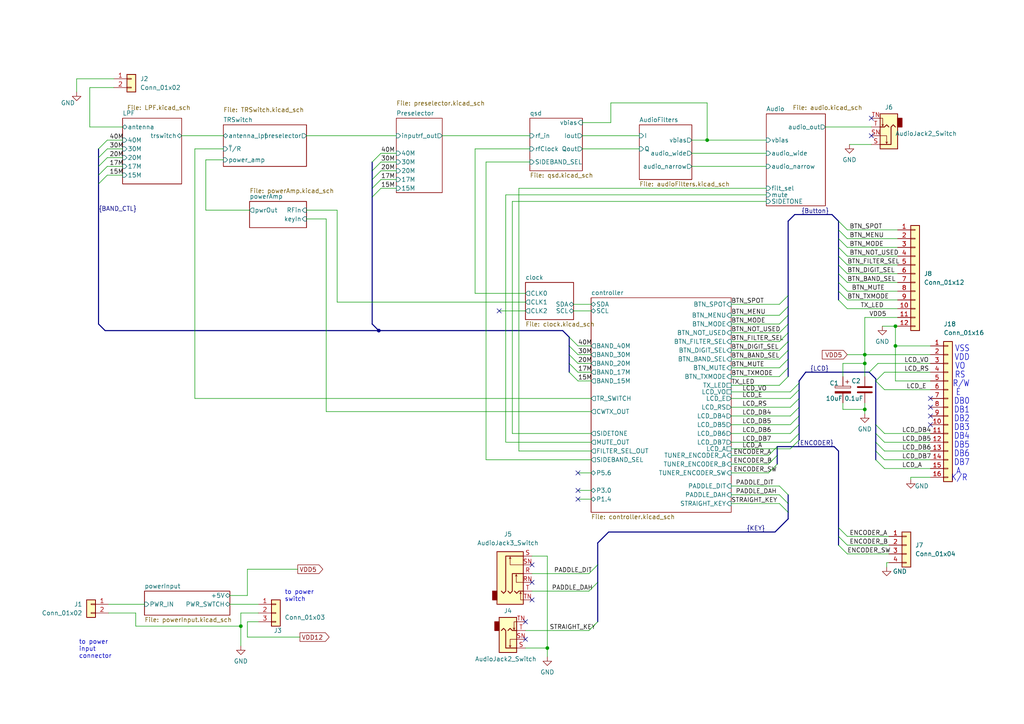
<source format=kicad_sch>
(kicad_sch (version 20230121) (generator eeschema)
  (paper "A4")
  (lib_symbols
    (symbol "Connector_Audio:AudioJack2_Switch"
      (property "Reference" "J" (at 0 11.43 0))
      (property "Value" "AudioJack2_Switch" (at 0 8.89 0))
      (symbol "AudioJack2_Switch_0_1"
        (rectangle (start -2.54 0) (end -3.81 -2.54) (stroke (width 0.254)) (fill (type outline)))
        (rectangle (start 2.54 6.35) (end -2.54 -3.81) (stroke (width 0.254)) (fill (type background)))
      )
      (symbol "AudioJack2_Switch_1_1"
        (polyline (pts (xy 0.635 4.826) (xy 0.889 4.318)))
        (polyline (pts (xy 1.778 -0.254) (xy 2.032 -0.762)))
        (polyline (pts (xy 0 0) (xy 0.635 -0.635) (xy 1.27 0) (xy 2.54 0)) (stroke (width 0.254)))
        (polyline (pts (xy 2.54 -2.54) (xy 1.778 -2.54) (xy 1.778 -0.254) (xy 1.524 -0.762)))
        (polyline (pts (xy 2.54 2.54) (xy 0.635 2.54) (xy 0.635 4.826) (xy 0.381 4.318)))
        (polyline (pts (xy 2.54 5.08) (xy -0.635 5.08) (xy -0.635 0) (xy -1.27 -0.635) (xy -1.905 0)) (stroke (width 0.254)))
        (pin passive line (at 5.08 5.08 180) (length 2.54) (name "~") (number "S"))
        (pin passive line (at 5.08 2.54 180) (length 2.54) (name "~") (number "SN"))
        (pin passive line (at 5.08 0 180) (length 2.54) (name "~") (number "T"))
        (pin passive line (at 5.08 -2.54 180) (length 2.54) (name "~") (number "TN"))
      )
    )
    (symbol "Connector_Audio:AudioJack3_Switch"
      (property "Reference" "J" (at 0 11.43 0))
      (property "Value" "AudioJack3_Switch" (at 0 8.89 0))
      (symbol "AudioJack3_Switch_0_1"
        (rectangle (start -5.08 -5.08) (end -6.35 -7.62) (stroke (width 0.254)) (fill (type outline)))
        (polyline (pts (xy -1.27 4.826) (xy -1.016 4.318)))
        (polyline (pts (xy 0.508 -0.254) (xy 0.762 -0.762)))
        (polyline (pts (xy 1.778 -5.334) (xy 2.032 -5.842)))
        (polyline (pts (xy 0 -5.08) (xy 0.635 -5.715) (xy 1.27 -5.08) (xy 2.54 -5.08)) (stroke (width 0.254)))
        (polyline (pts (xy 2.54 -7.62) (xy 1.778 -7.62) (xy 1.778 -5.334) (xy 1.524 -5.842)))
        (polyline (pts (xy 2.54 -2.54) (xy 0.508 -2.54) (xy 0.508 -0.254) (xy 0.254 -0.762)))
        (polyline (pts (xy 2.54 2.54) (xy -1.27 2.54) (xy -1.27 4.826) (xy -1.524 4.318)))
        (polyline (pts (xy -1.905 -5.08) (xy -1.27 -5.715) (xy -0.635 -5.08) (xy -0.635 0) (xy 2.54 0)) (stroke (width 0.254)))
        (polyline (pts (xy 2.54 5.08) (xy -2.54 5.08) (xy -2.54 -5.08) (xy -3.175 -5.715) (xy -3.81 -5.08)) (stroke (width 0.254)))
        (rectangle (start 2.54 6.35) (end -5.08 -8.89) (stroke (width 0.254)) (fill (type background)))
      )
      (symbol "AudioJack3_Switch_1_1"
        (pin passive line (at 5.08 0 180) (length 2.54) (name "~") (number "R"))
        (pin passive line (at 5.08 -2.54 180) (length 2.54) (name "~") (number "RN"))
        (pin passive line (at 5.08 5.08 180) (length 2.54) (name "~") (number "S"))
        (pin passive line (at 5.08 2.54 180) (length 2.54) (name "~") (number "SN"))
        (pin passive line (at 5.08 -5.08 180) (length 2.54) (name "~") (number "T"))
        (pin passive line (at 5.08 -7.62 180) (length 2.54) (name "~") (number "TN"))
      )
    )
    (symbol "Connector_Generic:Conn_01x02" (pin_names (offset 1.016) hide)
      (property "Reference" "J" (at 0 2.54 0))
      (property "Value" "Conn_01x02" (at 0 -5.08 0))
      (symbol "Conn_01x02_1_1"
        (rectangle (start -1.27 -2.413) (end 0 -2.667) (stroke (width 0.1524)))
        (rectangle (start -1.27 0.127) (end 0 -0.127) (stroke (width 0.1524)))
        (rectangle (start -1.27 1.27) (end 1.27 -3.81) (stroke (width 0.254)) (fill (type background)))
        (pin passive line (at -5.08 0 0) (length 3.81) (name "Pin_1") (number "1"))
        (pin passive line (at -5.08 -2.54 0) (length 3.81) (name "Pin_2") (number "2"))
      )
    )
    (symbol "Connector_Generic:Conn_01x03" (pin_names (offset 1.016) hide)
      (property "Reference" "J" (at 0 5.08 0))
      (property "Value" "Conn_01x03" (at 0 -5.08 0))
      (symbol "Conn_01x03_1_1"
        (rectangle (start -1.27 -2.413) (end 0 -2.667) (stroke (width 0.1524)))
        (rectangle (start -1.27 0.127) (end 0 -0.127) (stroke (width 0.1524)))
        (rectangle (start -1.27 2.667) (end 0 2.413) (stroke (width 0.1524)))
        (rectangle (start -1.27 3.81) (end 1.27 -3.81) (stroke (width 0.254)) (fill (type background)))
        (pin passive line (at -5.08 2.54 0) (length 3.81) (name "Pin_1") (number "1"))
        (pin passive line (at -5.08 0 0) (length 3.81) (name "Pin_2") (number "2"))
        (pin passive line (at -5.08 -2.54 0) (length 3.81) (name "Pin_3") (number "3"))
      )
    )
    (symbol "Connector_Generic:Conn_01x04" (pin_names (offset 1.016) hide)
      (property "Reference" "J" (at 0 5.08 0))
      (property "Value" "Conn_01x04" (at 0 -7.62 0))
      (symbol "Conn_01x04_1_1"
        (rectangle (start -1.27 -4.953) (end 0 -5.207) (stroke (width 0.1524)))
        (rectangle (start -1.27 -2.413) (end 0 -2.667) (stroke (width 0.1524)))
        (rectangle (start -1.27 0.127) (end 0 -0.127) (stroke (width 0.1524)))
        (rectangle (start -1.27 2.667) (end 0 2.413) (stroke (width 0.1524)))
        (rectangle (start -1.27 3.81) (end 1.27 -6.35) (stroke (width 0.254)) (fill (type background)))
        (pin passive line (at -5.08 2.54 0) (length 3.81) (name "Pin_1") (number "1"))
        (pin passive line (at -5.08 0 0) (length 3.81) (name "Pin_2") (number "2"))
        (pin passive line (at -5.08 -2.54 0) (length 3.81) (name "Pin_3") (number "3"))
        (pin passive line (at -5.08 -5.08 0) (length 3.81) (name "Pin_4") (number "4"))
      )
    )
    (symbol "Connector_Generic:Conn_01x12" (pin_names (offset 1.016) hide)
      (property "Reference" "J" (at 0 15.24 0))
      (property "Value" "Conn_01x12" (at 0 -17.78 0))
      (symbol "Conn_01x12_1_1"
        (rectangle (start -1.27 -15.113) (end 0 -15.367) (stroke (width 0.1524)))
        (rectangle (start -1.27 -12.573) (end 0 -12.827) (stroke (width 0.1524)))
        (rectangle (start -1.27 -10.033) (end 0 -10.287) (stroke (width 0.1524)))
        (rectangle (start -1.27 -7.493) (end 0 -7.747) (stroke (width 0.1524)))
        (rectangle (start -1.27 -4.953) (end 0 -5.207) (stroke (width 0.1524)))
        (rectangle (start -1.27 -2.413) (end 0 -2.667) (stroke (width 0.1524)))
        (rectangle (start -1.27 0.127) (end 0 -0.127) (stroke (width 0.1524)))
        (rectangle (start -1.27 2.667) (end 0 2.413) (stroke (width 0.1524)))
        (rectangle (start -1.27 5.207) (end 0 4.953) (stroke (width 0.1524)))
        (rectangle (start -1.27 7.747) (end 0 7.493) (stroke (width 0.1524)))
        (rectangle (start -1.27 10.287) (end 0 10.033) (stroke (width 0.1524)))
        (rectangle (start -1.27 12.827) (end 0 12.573) (stroke (width 0.1524)))
        (rectangle (start -1.27 13.97) (end 1.27 -16.51) (stroke (width 0.254)) (fill (type background)))
        (pin passive line (at -5.08 12.7 0) (length 3.81) (name "Pin_1") (number "1"))
        (pin passive line (at -5.08 -10.16 0) (length 3.81) (name "Pin_10") (number "10"))
        (pin passive line (at -5.08 -12.7 0) (length 3.81) (name "Pin_11") (number "11"))
        (pin passive line (at -5.08 -15.24 0) (length 3.81) (name "Pin_12") (number "12"))
        (pin passive line (at -5.08 10.16 0) (length 3.81) (name "Pin_2") (number "2"))
        (pin passive line (at -5.08 7.62 0) (length 3.81) (name "Pin_3") (number "3"))
        (pin passive line (at -5.08 5.08 0) (length 3.81) (name "Pin_4") (number "4"))
        (pin passive line (at -5.08 2.54 0) (length 3.81) (name "Pin_5") (number "5"))
        (pin passive line (at -5.08 0 0) (length 3.81) (name "Pin_6") (number "6"))
        (pin passive line (at -5.08 -2.54 0) (length 3.81) (name "Pin_7") (number "7"))
        (pin passive line (at -5.08 -5.08 0) (length 3.81) (name "Pin_8") (number "8"))
        (pin passive line (at -5.08 -7.62 0) (length 3.81) (name "Pin_9") (number "9"))
      )
    )
    (symbol "Connector_Generic:Conn_01x16" (pin_names (offset 1.016) hide)
      (property "Reference" "J" (at 0 20.32 0))
      (property "Value" "Conn_01x16" (at 0 -22.86 0))
      (symbol "Conn_01x16_1_1"
        (rectangle (start -1.27 -20.193) (end 0 -20.447) (stroke (width 0.1524)))
        (rectangle (start -1.27 -17.653) (end 0 -17.907) (stroke (width 0.1524)))
        (rectangle (start -1.27 -15.113) (end 0 -15.367) (stroke (width 0.1524)))
        (rectangle (start -1.27 -12.573) (end 0 -12.827) (stroke (width 0.1524)))
        (rectangle (start -1.27 -10.033) (end 0 -10.287) (stroke (width 0.1524)))
        (rectangle (start -1.27 -7.493) (end 0 -7.747) (stroke (width 0.1524)))
        (rectangle (start -1.27 -4.953) (end 0 -5.207) (stroke (width 0.1524)))
        (rectangle (start -1.27 -2.413) (end 0 -2.667) (stroke (width 0.1524)))
        (rectangle (start -1.27 0.127) (end 0 -0.127) (stroke (width 0.1524)))
        (rectangle (start -1.27 2.667) (end 0 2.413) (stroke (width 0.1524)))
        (rectangle (start -1.27 5.207) (end 0 4.953) (stroke (width 0.1524)))
        (rectangle (start -1.27 7.747) (end 0 7.493) (stroke (width 0.1524)))
        (rectangle (start -1.27 10.287) (end 0 10.033) (stroke (width 0.1524)))
        (rectangle (start -1.27 12.827) (end 0 12.573) (stroke (width 0.1524)))
        (rectangle (start -1.27 15.367) (end 0 15.113) (stroke (width 0.1524)))
        (rectangle (start -1.27 17.907) (end 0 17.653) (stroke (width 0.1524)))
        (rectangle (start -1.27 19.05) (end 1.27 -21.59) (stroke (width 0.254)) (fill (type background)))
        (pin passive line (at -5.08 17.78 0) (length 3.81) (name "Pin_1") (number "1"))
        (pin passive line (at -5.08 -5.08 0) (length 3.81) (name "Pin_10") (number "10"))
        (pin passive line (at -5.08 -7.62 0) (length 3.81) (name "Pin_11") (number "11"))
        (pin passive line (at -5.08 -10.16 0) (length 3.81) (name "Pin_12") (number "12"))
        (pin passive line (at -5.08 -12.7 0) (length 3.81) (name "Pin_13") (number "13"))
        (pin passive line (at -5.08 -15.24 0) (length 3.81) (name "Pin_14") (number "14"))
        (pin passive line (at -5.08 -17.78 0) (length 3.81) (name "Pin_15") (number "15"))
        (pin passive line (at -5.08 -20.32 0) (length 3.81) (name "Pin_16") (number "16"))
        (pin passive line (at -5.08 15.24 0) (length 3.81) (name "Pin_2") (number "2"))
        (pin passive line (at -5.08 12.7 0) (length 3.81) (name "Pin_3") (number "3"))
        (pin passive line (at -5.08 10.16 0) (length 3.81) (name "Pin_4") (number "4"))
        (pin passive line (at -5.08 7.62 0) (length 3.81) (name "Pin_5") (number "5"))
        (pin passive line (at -5.08 5.08 0) (length 3.81) (name "Pin_6") (number "6"))
        (pin passive line (at -5.08 2.54 0) (length 3.81) (name "Pin_7") (number "7"))
        (pin passive line (at -5.08 0 0) (length 3.81) (name "Pin_8") (number "8"))
        (pin passive line (at -5.08 -2.54 0) (length 3.81) (name "Pin_9") (number "9"))
      )
    )
    (symbol "Device:C" (pin_numbers hide) (pin_names (offset 0.254))
      (property "Reference" "C" (at 0.635 2.54 0))
      (property "Value" "C" (at 0.635 -2.54 0))
      (symbol "C_0_1"
        (polyline (pts (xy -2.032 -0.762) (xy 2.032 -0.762)) (stroke (width 0.508)))
        (polyline (pts (xy -2.032 0.762) (xy 2.032 0.762)) (stroke (width 0.508)))
      )
      (symbol "C_1_1"
        (pin passive line (at 0 3.81 270) (length 2.794) (name "~") (number "1"))
        (pin passive line (at 0 -3.81 90) (length 2.794) (name "~") (number "2"))
      )
    )
    (symbol "Device:C_Polarized" (pin_numbers hide) (pin_names (offset 0.254))
      (property "Reference" "C" (at 0.635 2.54 0))
      (property "Value" "C_Polarized" (at 0.635 -2.54 0))
      (symbol "C_Polarized_0_1"
        (rectangle (start -2.286 0.508) (end 2.286 1.016))
        (polyline (pts (xy -1.778 2.286) (xy -0.762 2.286)))
        (polyline (pts (xy -1.27 2.794) (xy -1.27 1.778)))
        (rectangle (start 2.286 -0.508) (end -2.286 -1.016) (fill (type outline)))
      )
      (symbol "C_Polarized_1_1"
        (pin passive line (at 0 3.81 270) (length 2.794) (name "~") (number "1"))
        (pin passive line (at 0 -3.81 90) (length 2.794) (name "~") (number "2"))
      )
    )
    (symbol "power:GND" (power) (pin_names (offset 0))
      (property "Value" "GND" (at 0 -3.81 0))
      (symbol "GND_0_1"
        (polyline (pts (xy 0 0) (xy 0 -1.27) (xy 1.27 -1.27) (xy 0 -2.54) (xy -1.27 -1.27) (xy 0 -1.27)))
      )
      (symbol "GND_1_1"
        (pin power_in line (at 0 0 270) (length 0) hide (name "GND") (number "1"))
      )
    )
  )
  (bus_alias "BAND_CTL" (members "40M" "30M" "20M" "17M" "15M"))
  (bus_alias "Button" (members "BTN_SPOT" "BTN_MENU" "BTN_TUNE" "BTN_MODE" "BTN_FILTER_SEL" "BTN_DIGIT_SEL" "BTN_BAND_SEL" "BTN_MUTE" "BTN_TXMODE" "TX_LED"))
  (bus_alias "ENCODER" (members "ENCODER_A" "ENCODER_B" "ENCODER_SW"))
  (bus_alias "KEY" (members "PADDLE_DIT" "PADDLE_DAH" "STRAIGHT_KEY"))
  (bus_alias "LCD" (members "LCD_E" "LCD_RS" "LCD_DB4" "LCD_DB5" "LCD_DB6" "LCD_DB7" "LCD_A" "LCD_VO"))
  (junction (at 259.715 100.33))
  (junction (at 250.825 102.87))
  (junction (at 259.715 94.615))
  (junction (at 158.75 187.96))
  (junction (at 205.105 40.64))
  (junction (at 69.85 181.61))
  (junction (at 250.825 118.745))
  (junction (at 109.855 95.885))
  (junction (at 250.825 105.41))
  (no_connect (at 167.64 137.16))
  (no_connect (at 167.64 142.24))
  (no_connect (at 152.4 180.34))
  (no_connect (at 152.4 185.42))
  (no_connect (at 252.73 39.37))
  (no_connect (at 269.875 115.57))
  (no_connect (at 269.875 123.19))
  (no_connect (at 154.305 163.83))
  (no_connect (at 269.875 120.65))
  (no_connect (at 144.78 90.17))
  (no_connect (at 154.305 168.91))
  (no_connect (at 167.64 144.78))
  (no_connect (at 252.73 34.29))
  (no_connect (at 269.875 118.11))
  (no_connect (at 154.305 173.99))
  (bus_entry (at 243.205 153.035) (size 2.54 2.54))
  (bus_entry (at 243.205 64.135) (size 2.54 2.54))
  (bus_entry (at 173.355 180.34) (size -2.54 2.54))
  (bus_entry (at 243.205 81.915) (size 2.54 2.54))
  (bus_entry (at 107.95 54.61) (size 2.54 -2.54))
  (bus_entry (at 231.775 120.65) (size -2.54 2.54))
  (bus_entry (at 28.575 48.26) (size 2.54 -2.54))
  (bus_entry (at 231.775 115.57) (size -2.54 2.54))
  (bus_entry (at 231.775 118.11) (size -2.54 2.54))
  (bus_entry (at 107.95 52.07) (size 2.54 -2.54))
  (bus_entry (at 243.205 158.115) (size 2.54 2.54))
  (bus_entry (at 231.775 125.73) (size -2.54 2.54))
  (bus_entry (at 254 133.35) (size 2.54 2.54))
  (bus_entry (at 254 128.27) (size 2.54 2.54))
  (bus_entry (at 107.95 49.53) (size 2.54 -2.54))
  (bus_entry (at 243.205 66.675) (size 2.54 2.54))
  (bus_entry (at 173.355 163.83) (size -2.54 2.54))
  (bus_entry (at 165.1 100.33) (size 2.54 2.54))
  (bus_entry (at 254 125.73) (size 2.54 2.54))
  (bus_entry (at 228.6 101.6) (size -2.54 2.54))
  (bus_entry (at 254 110.49) (size 2.54 2.54))
  (bus_entry (at 107.95 57.15) (size 2.54 -2.54))
  (bus_entry (at 228.6 85.725) (size -2.54 2.54))
  (bus_entry (at 243.205 84.455) (size 2.54 2.54))
  (bus_entry (at 107.95 46.99) (size 2.54 -2.54))
  (bus_entry (at 231.775 123.19) (size -2.54 2.54))
  (bus_entry (at 243.205 76.835) (size 2.54 2.54))
  (bus_entry (at 252.095 107.95) (size 2.54 -2.54))
  (bus_entry (at 228.6 93.98) (size -2.54 2.54))
  (bus_entry (at 243.205 79.375) (size 2.54 2.54))
  (bus_entry (at 225.425 134.62) (size -2.54 2.54))
  (bus_entry (at 173.355 168.91) (size -2.54 2.54))
  (bus_entry (at 254 123.19) (size 2.54 2.54))
  (bus_entry (at 228.6 106.68) (size -2.54 2.54))
  (bus_entry (at 28.575 50.8) (size 2.54 -2.54))
  (bus_entry (at 254 110.49) (size 2.54 -2.54))
  (bus_entry (at 225.425 132.08) (size -2.54 2.54))
  (bus_entry (at 228.6 109.22) (size -2.54 2.54))
  (bus_entry (at 243.205 71.755) (size 2.54 2.54))
  (bus_entry (at 228.6 148.59) (size -2.54 -2.54))
  (bus_entry (at 228.6 143.51) (size -2.54 -2.54))
  (bus_entry (at 231.775 111.125) (size -2.54 2.54))
  (bus_entry (at 228.6 99.06) (size -2.54 2.54))
  (bus_entry (at 243.205 74.295) (size 2.54 2.54))
  (bus_entry (at 228.6 146.05) (size -2.54 -2.54))
  (bus_entry (at 165.1 105.41) (size 2.54 2.54))
  (bus_entry (at 254 130.81) (size 2.54 2.54))
  (bus_entry (at 165.1 107.95) (size 2.54 2.54))
  (bus_entry (at 165.1 102.87) (size 2.54 2.54))
  (bus_entry (at 225.425 129.54) (size -2.54 2.54))
  (bus_entry (at 231.775 113.03) (size -2.54 2.54))
  (bus_entry (at 243.205 69.215) (size 2.54 2.54))
  (bus_entry (at 28.575 53.34) (size 2.54 -2.54))
  (bus_entry (at 28.575 43.18) (size 2.54 -2.54))
  (bus_entry (at 243.205 155.575) (size 2.54 2.54))
  (bus_entry (at 231.775 127.635) (size -2.54 2.54))
  (bus_entry (at 228.6 91.44) (size -2.54 2.54))
  (bus_entry (at 228.6 104.14) (size -2.54 2.54))
  (bus_entry (at 243.205 86.995) (size 2.54 2.54))
  (bus_entry (at 165.1 97.79) (size 2.54 2.54))
  (bus_entry (at 228.6 88.9) (size -2.54 2.54))
  (bus_entry (at 28.575 45.72) (size 2.54 -2.54))
  (bus_entry (at 228.6 96.52) (size -2.54 2.54))
  (bus (pts (xy 165.1 97.79) (xy 163.195 95.885)))
  (bus (pts (xy 243.205 81.915) (xy 243.205 84.455)))
  (wire (pts (xy 168.91 43.18) (xy 185.42 43.18)))
  (bus (pts (xy 176.53 154.305) (xy 173.355 157.48)))
  (wire (pts (xy 250.825 102.87) (xy 250.825 105.41)))
  (wire (pts (xy 158.75 161.29) (xy 158.75 187.96)))
  (bus (pts (xy 231.775 118.11) (xy 231.775 120.65)))
  (wire (pts (xy 69.85 181.61) (xy 69.85 187.325)))
  (bus (pts (xy 231.775 123.19) (xy 231.775 125.73)))
  (wire (pts (xy 33.02 22.86) (xy 22.225 22.86)))
  (wire (pts (xy 226.06 106.68) (xy 212.09 106.68)))
  (wire (pts (xy 250.825 92.075) (xy 250.825 102.87)))
  (bus (pts (xy 228.6 143.51) (xy 228.6 146.05)))
  (wire (pts (xy 166.37 90.17) (xy 171.45 90.17)))
  (wire (pts (xy 33.02 25.4) (xy 26.035 25.4)))
  (bus (pts (xy 228.6 88.9) (xy 228.6 85.725)))
  (wire (pts (xy 226.06 111.76) (xy 212.09 111.76)))
  (wire (pts (xy 171.45 133.35) (xy 140.97 133.35)))
  (wire (pts (xy 250.825 105.41) (xy 250.825 109.22)))
  (bus (pts (xy 254 110.49) (xy 254 109.855)))
  (wire (pts (xy 226.06 140.97) (xy 212.09 140.97)))
  (wire (pts (xy 171.45 128.27) (xy 146.685 128.27)))
  (wire (pts (xy 212.09 123.19) (xy 229.235 123.19)))
  (wire (pts (xy 110.49 46.99) (xy 114.935 46.99)))
  (bus (pts (xy 228.6 150.495) (xy 224.79 154.305)))
  (wire (pts (xy 150.495 130.81) (xy 150.495 54.61)))
  (wire (pts (xy 245.745 66.675) (xy 260.35 66.675)))
  (wire (pts (xy 71.755 184.785) (xy 86.995 184.785)))
  (wire (pts (xy 205.105 29.845) (xy 205.105 40.64)))
  (bus (pts (xy 231.775 110.49) (xy 233.68 107.95)))
  (wire (pts (xy 244.475 109.22) (xy 244.475 105.41)))
  (wire (pts (xy 245.745 79.375) (xy 260.35 79.375)))
  (wire (pts (xy 245.745 86.995) (xy 260.35 86.995)))
  (wire (pts (xy 256.54 125.73) (xy 269.875 125.73)))
  (wire (pts (xy 31.115 45.72) (xy 35.56 45.72)))
  (wire (pts (xy 256.54 133.35) (xy 269.875 133.35)))
  (bus (pts (xy 228.6 93.98) (xy 228.6 91.44)))
  (wire (pts (xy 66.675 175.26) (xy 74.93 175.26)))
  (bus (pts (xy 165.1 100.33) (xy 165.1 102.87)))
  (wire (pts (xy 200.66 48.26) (xy 222.25 48.26)))
  (wire (pts (xy 171.45 119.38) (xy 94.615 119.38)))
  (bus (pts (xy 243.205 64.135) (xy 243.205 66.675)))
  (wire (pts (xy 171.45 130.81) (xy 150.495 130.81)))
  (wire (pts (xy 146.685 56.515) (xy 222.25 56.515)))
  (wire (pts (xy 167.64 110.49) (xy 171.45 110.49)))
  (wire (pts (xy 167.64 107.95) (xy 171.45 107.95)))
  (wire (pts (xy 245.745 89.535) (xy 260.35 89.535)))
  (wire (pts (xy 152.4 87.63) (xy 97.79 87.63)))
  (bus (pts (xy 254 125.73) (xy 254 128.27)))
  (wire (pts (xy 177.165 35.56) (xy 177.165 29.845)))
  (wire (pts (xy 39.37 177.8) (xy 39.37 181.61)))
  (bus (pts (xy 165.1 102.87) (xy 165.1 105.41)))
  (wire (pts (xy 167.64 142.24) (xy 171.45 142.24)))
  (wire (pts (xy 110.49 49.53) (xy 114.935 49.53)))
  (wire (pts (xy 200.66 44.45) (xy 222.25 44.45)))
  (wire (pts (xy 250.825 102.87) (xy 269.875 102.87)))
  (wire (pts (xy 97.79 60.96) (xy 88.9 60.96)))
  (wire (pts (xy 171.45 144.78) (xy 167.64 144.78)))
  (wire (pts (xy 110.49 52.07) (xy 114.935 52.07)))
  (wire (pts (xy 171.45 125.73) (xy 148.59 125.73)))
  (wire (pts (xy 140.97 46.99) (xy 153.67 46.99)))
  (wire (pts (xy 259.715 110.49) (xy 269.875 110.49)))
  (wire (pts (xy 26.035 25.4) (xy 26.035 36.83)))
  (wire (pts (xy 244.475 118.745) (xy 250.825 118.745)))
  (bus (pts (xy 28.575 50.8) (xy 28.575 53.34)))
  (bus (pts (xy 107.95 49.53) (xy 107.95 52.07)))
  (bus (pts (xy 243.205 71.755) (xy 243.205 74.295)))
  (bus (pts (xy 243.205 84.455) (xy 243.205 86.995)))
  (wire (pts (xy 146.685 128.27) (xy 146.685 56.515)))
  (wire (pts (xy 71.755 180.34) (xy 71.755 184.785)))
  (wire (pts (xy 260.35 92.075) (xy 250.825 92.075)))
  (wire (pts (xy 254.635 105.41) (xy 269.875 105.41)))
  (wire (pts (xy 150.495 54.61) (xy 222.25 54.61)))
  (wire (pts (xy 264.16 138.43) (xy 269.875 138.43)))
  (wire (pts (xy 269.875 100.33) (xy 259.715 100.33)))
  (wire (pts (xy 245.745 102.87) (xy 250.825 102.87)))
  (bus (pts (xy 225.425 129.54) (xy 225.425 132.08)))
  (bus (pts (xy 228.6 101.6) (xy 228.6 99.06)))
  (wire (pts (xy 167.64 102.87) (xy 171.45 102.87)))
  (wire (pts (xy 212.09 134.62) (xy 222.885 134.62)))
  (bus (pts (xy 230.505 62.23) (xy 241.3 62.23)))
  (wire (pts (xy 212.09 137.16) (xy 222.885 137.16)))
  (wire (pts (xy 31.115 43.18) (xy 35.56 43.18)))
  (wire (pts (xy 152.4 85.09) (xy 137.795 85.09)))
  (wire (pts (xy 74.93 180.34) (xy 71.755 180.34)))
  (bus (pts (xy 231.775 125.73) (xy 231.775 127.635)))
  (bus (pts (xy 243.205 76.835) (xy 243.205 79.375)))
  (wire (pts (xy 59.69 46.355) (xy 64.77 46.355)))
  (bus (pts (xy 228.6 91.44) (xy 228.6 88.9)))
  (bus (pts (xy 107.95 52.07) (xy 107.95 54.61)))
  (wire (pts (xy 52.705 39.37) (xy 64.77 39.37)))
  (wire (pts (xy 256.54 113.03) (xy 269.875 113.03)))
  (wire (pts (xy 256.54 128.27) (xy 269.875 128.27)))
  (wire (pts (xy 245.745 158.115) (xy 257.81 158.115)))
  (wire (pts (xy 154.305 171.45) (xy 170.815 171.45)))
  (wire (pts (xy 26.035 36.83) (xy 35.56 36.83)))
  (wire (pts (xy 31.115 40.64) (xy 35.56 40.64)))
  (wire (pts (xy 264.16 139.065) (xy 264.16 138.43)))
  (wire (pts (xy 229.235 130.175) (xy 212.09 130.175)))
  (wire (pts (xy 137.795 43.18) (xy 153.67 43.18)))
  (wire (pts (xy 257.81 163.195) (xy 257.175 163.195)))
  (wire (pts (xy 152.4 182.88) (xy 170.815 182.88)))
  (wire (pts (xy 245.745 84.455) (xy 260.35 84.455)))
  (bus (pts (xy 30.48 95.885) (xy 28.575 93.98)))
  (wire (pts (xy 212.09 128.27) (xy 229.235 128.27)))
  (wire (pts (xy 39.37 181.61) (xy 69.85 181.61)))
  (bus (pts (xy 243.205 74.295) (xy 243.205 76.835)))
  (bus (pts (xy 225.425 129.54) (xy 241.935 129.54)))
  (bus (pts (xy 254 128.27) (xy 254 130.81)))
  (wire (pts (xy 246.38 41.91) (xy 252.73 41.91)))
  (bus (pts (xy 228.6 148.59) (xy 228.6 150.495)))
  (bus (pts (xy 165.1 97.79) (xy 165.1 100.33)))
  (wire (pts (xy 128.27 39.37) (xy 153.67 39.37)))
  (bus (pts (xy 228.6 64.135) (xy 228.6 85.725)))
  (wire (pts (xy 168.91 39.37) (xy 185.42 39.37)))
  (wire (pts (xy 137.795 85.09) (xy 137.795 43.18)))
  (wire (pts (xy 71.755 172.72) (xy 71.755 165.1)))
  (bus (pts (xy 230.505 62.23) (xy 228.6 64.135)))
  (wire (pts (xy 31.496 175.26) (xy 41.91 175.26)))
  (wire (pts (xy 256.54 135.89) (xy 269.875 135.89)))
  (wire (pts (xy 226.06 88.265) (xy 212.09 88.265)))
  (wire (pts (xy 244.475 116.84) (xy 244.475 118.745)))
  (bus (pts (xy 28.575 53.34) (xy 28.575 93.98)))
  (bus (pts (xy 228.6 104.14) (xy 228.6 101.6)))
  (wire (pts (xy 72.39 60.96) (xy 59.69 60.96)))
  (wire (pts (xy 154.305 166.37) (xy 170.815 166.37)))
  (wire (pts (xy 212.09 132.08) (xy 222.885 132.08)))
  (bus (pts (xy 173.355 168.91) (xy 173.355 180.34)))
  (wire (pts (xy 148.59 125.73) (xy 148.59 58.42)))
  (bus (pts (xy 241.3 62.23) (xy 243.205 64.135)))
  (bus (pts (xy 228.6 109.22) (xy 228.6 106.68)))
  (wire (pts (xy 166.37 88.265) (xy 171.45 88.265)))
  (wire (pts (xy 226.06 146.05) (xy 212.09 146.05)))
  (wire (pts (xy 226.06 91.44) (xy 212.09 91.44)))
  (wire (pts (xy 245.745 74.295) (xy 260.35 74.295)))
  (wire (pts (xy 212.09 120.65) (xy 229.235 120.65)))
  (wire (pts (xy 140.97 133.35) (xy 140.97 46.99)))
  (wire (pts (xy 31.496 177.8) (xy 39.37 177.8)))
  (wire (pts (xy 255.905 94.615) (xy 259.715 94.615)))
  (wire (pts (xy 200.66 40.64) (xy 205.105 40.64)))
  (bus (pts (xy 173.355 157.48) (xy 173.355 163.83)))
  (bus (pts (xy 243.205 66.675) (xy 243.205 69.215)))
  (wire (pts (xy 205.105 40.64) (xy 222.25 40.64)))
  (wire (pts (xy 245.745 81.915) (xy 260.35 81.915)))
  (wire (pts (xy 212.09 125.73) (xy 229.235 125.73)))
  (bus (pts (xy 231.775 120.65) (xy 231.775 123.19)))
  (wire (pts (xy 226.06 109.22) (xy 212.09 109.22)))
  (bus (pts (xy 243.205 158.115) (xy 243.205 155.575)))
  (bus (pts (xy 228.6 99.06) (xy 228.6 96.52)))
  (wire (pts (xy 244.475 105.41) (xy 250.825 105.41)))
  (wire (pts (xy 226.06 99.06) (xy 212.09 99.06)))
  (bus (pts (xy 254 109.855) (xy 252.095 107.95)))
  (bus (pts (xy 107.95 57.15) (xy 107.95 93.98)))
  (wire (pts (xy 144.78 90.17) (xy 152.4 90.17)))
  (wire (pts (xy 152.4 187.96) (xy 158.75 187.96)))
  (wire (pts (xy 31.115 50.8) (xy 35.56 50.8)))
  (wire (pts (xy 158.75 187.96) (xy 158.75 190.5)))
  (bus (pts (xy 233.68 107.95) (xy 252.095 107.95)))
  (wire (pts (xy 167.64 105.41) (xy 171.45 105.41)))
  (bus (pts (xy 28.575 45.72) (xy 28.575 48.26)))
  (wire (pts (xy 260.35 94.615) (xy 259.715 94.615)))
  (wire (pts (xy 110.49 44.45) (xy 114.935 44.45)))
  (wire (pts (xy 212.09 143.51) (xy 226.06 143.51)))
  (bus (pts (xy 231.775 115.57) (xy 231.775 118.11)))
  (bus (pts (xy 163.195 95.885) (xy 109.855 95.885)))
  (bus (pts (xy 231.775 111.125) (xy 231.775 113.03)))
  (bus (pts (xy 224.79 154.305) (xy 176.53 154.305)))
  (wire (pts (xy 212.09 101.6) (xy 226.06 101.6)))
  (bus (pts (xy 28.575 43.18) (xy 28.575 45.72)))
  (wire (pts (xy 226.06 96.52) (xy 212.09 96.52)))
  (wire (pts (xy 212.09 113.665) (xy 229.235 113.665)))
  (wire (pts (xy 250.825 116.84) (xy 250.825 118.745)))
  (bus (pts (xy 173.355 163.83) (xy 173.355 168.91)))
  (wire (pts (xy 66.675 172.72) (xy 71.755 172.72)))
  (wire (pts (xy 250.825 118.745) (xy 250.825 120.015)))
  (wire (pts (xy 71.755 165.1) (xy 86.36 165.1)))
  (wire (pts (xy 110.49 54.61) (xy 114.935 54.61)))
  (wire (pts (xy 239.395 36.83) (xy 252.73 36.83)))
  (wire (pts (xy 167.64 137.16) (xy 171.45 137.16)))
  (wire (pts (xy 88.9 39.37) (xy 114.935 39.37)))
  (wire (pts (xy 245.745 76.835) (xy 260.35 76.835)))
  (wire (pts (xy 212.09 93.98) (xy 226.06 93.98)))
  (wire (pts (xy 259.715 94.615) (xy 259.715 100.33)))
  (bus (pts (xy 243.205 153.035) (xy 243.205 130.81)))
  (wire (pts (xy 56.515 115.57) (xy 56.515 43.18)))
  (bus (pts (xy 243.205 69.215) (xy 243.205 71.755)))
  (wire (pts (xy 245.745 160.655) (xy 257.81 160.655)))
  (bus (pts (xy 107.95 46.99) (xy 107.95 49.53)))
  (wire (pts (xy 245.745 69.215) (xy 260.35 69.215)))
  (wire (pts (xy 256.54 130.81) (xy 269.875 130.81)))
  (wire (pts (xy 245.745 155.575) (xy 257.81 155.575)))
  (bus (pts (xy 107.95 54.61) (xy 107.95 57.15)))
  (wire (pts (xy 212.09 115.57) (xy 229.235 115.57)))
  (bus (pts (xy 228.6 106.68) (xy 228.6 104.14)))
  (bus (pts (xy 165.1 105.41) (xy 165.1 107.95)))
  (bus (pts (xy 228.6 96.52) (xy 228.6 93.98)))
  (wire (pts (xy 94.615 119.38) (xy 94.615 63.5)))
  (wire (pts (xy 74.93 177.8) (xy 69.85 177.8)))
  (wire (pts (xy 226.06 104.14) (xy 212.09 104.14)))
  (bus (pts (xy 254 123.19) (xy 254 125.73)))
  (wire (pts (xy 22.225 22.86) (xy 22.225 26.67)))
  (bus (pts (xy 28.575 48.26) (xy 28.575 50.8)))
  (wire (pts (xy 148.59 58.42) (xy 222.25 58.42)))
  (bus (pts (xy 254 110.49) (xy 254 123.19)))
  (bus (pts (xy 109.855 95.885) (xy 107.95 93.98)))
  (wire (pts (xy 245.745 71.755) (xy 260.35 71.755)))
  (wire (pts (xy 94.615 63.5) (xy 88.9 63.5)))
  (bus (pts (xy 30.48 95.885) (xy 109.855 95.885)))
  (bus (pts (xy 243.205 79.375) (xy 243.205 81.915)))
  (wire (pts (xy 167.64 100.33) (xy 171.45 100.33)))
  (bus (pts (xy 243.205 155.575) (xy 243.205 153.035)))
  (bus (pts (xy 231.775 110.49) (xy 231.775 111.125)))
  (wire (pts (xy 56.515 43.18) (xy 64.77 43.18)))
  (wire (pts (xy 259.715 100.33) (xy 259.715 110.49)))
  (bus (pts (xy 243.205 130.81) (xy 241.935 129.54)))
  (wire (pts (xy 171.45 115.57) (xy 56.515 115.57)))
  (wire (pts (xy 59.69 60.96) (xy 59.69 46.355)))
  (wire (pts (xy 69.85 177.8) (xy 69.85 181.61)))
  (bus (pts (xy 228.6 146.05) (xy 228.6 148.59)))
  (wire (pts (xy 168.91 35.56) (xy 177.165 35.56)))
  (wire (pts (xy 256.54 107.95) (xy 269.875 107.95)))
  (bus (pts (xy 231.775 113.03) (xy 231.775 115.57)))
  (bus (pts (xy 254 130.81) (xy 254 133.35)))
  (wire (pts (xy 257.175 163.195) (xy 257.175 164.465)))
  (wire (pts (xy 31.115 48.26) (xy 35.56 48.26)))
  (wire (pts (xy 97.79 87.63) (xy 97.79 60.96)))
  (wire (pts (xy 212.09 118.11) (xy 229.235 118.11)))
  (bus (pts (xy 225.425 132.08) (xy 225.425 134.62)))
  (wire (pts (xy 154.305 161.29) (xy 158.75 161.29)))
  (wire (pts (xy 177.165 29.845) (xy 205.105 29.845)))
  (text "DB4" (at 281.305 127.635 0) (effects (font (size 1.778 1.5113)) (justify right bottom)))
  (text "DB5" (at 281.305 130.175 0) (effects (font (size 1.778 1.5113)) (justify right bottom)))
  (text "DB1" (at 281.305 120.015 0) (effects (font (size 1.778 1.5113)) (justify right bottom)))
  (text "DB0" (at 281.305 117.475 0) (effects (font (size 1.778 1.5113)) (justify right bottom)))
  (text "RS" (at 280.035 109.855 0) (effects (font (size 1.778 1.5113)) (justify right bottom)))
  (text "DB3" (at 281.305 125.095 0) (effects (font (size 1.778 1.5113)) (justify right bottom)))
  (text "A" (at 278.765 137.795 0) (effects (font (size 1.778 1.5113)) (justify right bottom)))
  (text "R/W" (at 281.305 112.395 0) (effects (font (size 1.778 1.5113)) (justify right bottom)))
  (text "E" (at 278.765 114.935 0) (effects (font (size 1.778 1.5113)) (justify right bottom)))
  (text "DB2" (at 281.305 122.555 0) (effects (font (size 1.778 1.5113)) (justify right bottom)))
  (text "DB6" (at 281.305 132.715 0) (effects (font (size 1.778 1.5113)) (justify right bottom)))
  (text "VDD" (at 281.305 104.775 0) (effects (font (size 1.778 1.5113)) (justify right bottom)))
  (text "DB7" (at 281.305 135.255 0) (effects (font (size 1.778 1.5113)) (justify right bottom)))
  (text "to power\ninput\nconnector" (at 22.86 191.135 0) (effects (font (size 1.27 1.27)) (justify left bottom)))
  (text "to power\nswitch" (at 82.55 174.625 0) (effects (font (size 1.27 1.27)) (justify left bottom)))
  (text "K/R" (at 280.67 139.7 0) (effects (font (size 1.778 1.5113)) (justify right bottom)))
  (text "VO" (at 280.035 107.315 0) (effects (font (size 1.778 1.5113)) (justify right bottom)))
  (text "VSS" (at 281.305 102.235 0) (effects (font (size 1.778 1.5113)) (justify right bottom)))
  (label "BTN_DIGIT_SEL" (at 245.745 79.375 0))
  (label "STRAIGHT_KEY" (at 159.385 182.88 0))
  (label "BTN_SPOT" (at 246.38 66.675 0))
  (label "BTN_TXMODE" (at 212.09 109.22 0))
  (label "{Button}" (at 232.41 62.23 0))
  (label "BTN_DIGIT_SEL" (at 212.09 101.6 0))
  (label "PADDLE_DAH" (at 213.36 143.51 0))
  (label "17M" (at 167.64 107.95 0))
  (label "{LCD}" (at 234.95 107.95 0))
  (label "BTN_MODE" (at 246.38 71.755 0))
  (label "LCD_VO" (at 215.265 113.665 0))
  (label "TX_LED" (at 249.555 89.535 0))
  (label "BTN_MUTE" (at 212.09 106.68 0))
  (label "LCD_DB6" (at 215.265 125.73 0))
  (label "LCD_DB4" (at 261.62 125.73 0))
  (label "ENCODER_B" (at 212.725 134.62 0))
  (label "20M" (at 31.75 45.72 0))
  (label "LCD_DB6" (at 261.62 130.81 0))
  (label "BTN_TXMODE" (at 245.745 86.995 0))
  (label "LCD_DB7" (at 215.265 128.27 0))
  (label "ENCODER_A" (at 212.725 132.08 0))
  (label "30M" (at 167.64 102.87 0))
  (label "BTN_BAND_SEL" (at 212.09 104.14 0))
  (label "BTN_MUTE" (at 247.015 84.455 0))
  (label "LCD_DB4" (at 215.265 120.65 0))
  (label "TX_LED" (at 212.09 111.76 0))
  (label "LCD_RS" (at 215.265 118.11 0))
  (label "BTN_MENU" (at 246.38 69.215 0))
  (label "LCD_DB5" (at 215.265 123.19 0))
  (label "BTN_NOT_USED" (at 246.38 74.295 0))
  (label "30M" (at 110.49 46.99 0))
  (label "{KEY}" (at 216.535 154.305 0))
  (label "{ENCODER}" (at 231.14 129.54 0))
  (label "BTN_SPOT" (at 212.09 88.265 0))
  (label "STRAIGHT_KEY" (at 212.09 146.05 0))
  (label "BTN_FILTER_SEL" (at 212.09 99.06 0))
  (label "BTN_MENU" (at 212.09 91.44 0))
  (label "LCD_DB7" (at 261.62 133.35 0))
  (label "17M" (at 31.75 48.26 0))
  (label "15M" (at 31.75 50.8 0))
  (label "BTN_FILTER_SEL" (at 245.745 76.835 0))
  (label "VDD5" (at 252.095 92.075 0))
  (label "LCD_A" (at 261.62 135.89 0))
  (label "40M" (at 110.49 44.45 0))
  (label "17M" (at 110.49 52.07 0))
  (label "BTN_BAND_SEL" (at 245.745 81.915 0))
  (label "20M" (at 167.64 105.41 0))
  (label "LCD_E" (at 215.265 115.57 0))
  (label "PADDLE_DIT" (at 160.655 166.37 0))
  (label "ENCODER_A" (at 246.38 155.575 0))
  (label "PADDLE_DIT" (at 213.36 140.97 0))
  (label "ENCODER_SW" (at 212.725 137.16 0))
  (label "40M" (at 167.64 100.33 0))
  (label "LCD_RS" (at 262.255 107.95 0))
  (label "LCD_VO" (at 262.255 105.41 0))
  (label "15M" (at 167.64 110.49 0))
  (label "40M" (at 31.75 40.64 0))
  (label "LCD_A" (at 215.265 130.175 0))
  (label "LCD_E" (at 262.89 113.03 0))
  (label "BTN_MODE" (at 212.09 93.98 0))
  (label "ENCODER_SW" (at 245.745 160.655 0))
  (label "PADDLE_DAH" (at 160.02 171.45 0))
  (label "15M" (at 110.49 54.61 0))
  (label "20M" (at 110.49 49.53 0))
  (label "ENCODER_B" (at 246.38 158.115 0))
  (label "LCD_DB5" (at 261.62 128.27 0))
  (label "BTN_NOT_USED" (at 212.09 96.52 0))
  (label "30M" (at 31.75 43.18 0))
  (label "{BAND_CTL}" (at 28.575 61.595 0))
  (global_label "VDD12" (shape output) (at 86.995 184.785 0) (property "Intersheetrefs" "${INTERSHEET_REFS}" (at 95.4863 184.785 0) (effects (justify left))))
  (global_label "VDD5" (shape input) (at 245.745 102.87 180) (property "Intersheetrefs" "${INTERSHEET_REFS}" (at 238.2426 102.87 0) (effects (justify right))))
  (global_label "VDD5" (shape output) (at 86.36 165.1 0) (property "Intersheetrefs" "${INTERSHEET_REFS}" (at 93.8624 165.1 0) (effects (justify left))))
  (symbol (lib_id "Connector_Audio:AudioJack3_Switch") (at 149.225 166.37 0) (unit 1)
    (property "Reference" "J5" (at 147.32 154.94 0))
    (property "Value" "AudioJack3_Switch" (at 147.32 157.48 0))
    (property "Footprint" "Connector_Audio:Jack_6.35mm_Neutrik_NMJ6HFD2_Horizontal" (effects hide))
    (property "Mouser Part Number" "550-20301" (effects hide))
  )
  (symbol (lib_id "power:GND") (at 255.905 94.615 0) (unit 1)
    (property "Reference" "#PWR06" (effects hide))
    (property "Value" "GND" (at 255.905 99.06 0))
  )
  (symbol (lib_id "power:GND") (at 69.85 187.325 0) (unit 1)
    (property "Reference" "#PWR02" (effects hide))
    (property "Value" "GND" (at 69.85 191.77 0))
  )
  (symbol (lib_id "Connector_Audio:AudioJack2_Switch") (at 257.81 36.83 180) (unit 1)
    (property "Reference" "J6" (at 257.81 31.115 0))
    (property "Value" "AudioJack2_Switch" (at 268.605 38.735 0))
    (property "Footprint" "Connector_Audio:Jack_6.35mm_Neutrik_NMJ4HFD3_Horizontal" (effects hide))
    (property "Mouser Part Number" "568-NMJ4HFD3" (effects hide))
  )
  (symbol (lib_id "Connector_Generic:Conn_01x12") (at 265.43 79.375 0) (unit 1)
    (property "Reference" "J8" (at 267.97 79.375 0) (effects (justify left)))
    (property "Value" "Conn_01x12" (at 267.97 81.915 0) (effects (justify left)))
  )
  (symbol (lib_id "power:GND") (at 264.16 139.065 0) (unit 1)
    (property "Reference" "#PWR08" (effects hide))
    (property "Value" "GND" (at 267.335 140.97 0))
  )
  (symbol (lib_id "Connector_Audio:AudioJack2_Switch") (at 147.32 182.88 0) (mirror x) (unit 1)
    (property "Reference" "J4" (at 147.32 177.165 0))
    (property "Value" "AudioJack2_Switch" (at 146.685 191.135 0))
    (property "Footprint" "Connector_Audio:Jack_6.35mm_Neutrik_NMJ4HFD3_Horizontal" (effects hide))
    (property "Mouser Part Number" "568-NMJ4HFD3" (effects hide))
  )
  (symbol (lib_id "Connector_Generic:Conn_01x04") (at 262.89 158.115 0) (unit 1)
    (property "Reference" "J7" (at 265.43 158.115 0) (effects (justify left)))
    (property "Value" "Conn_01x04" (at 265.43 160.655 0) (effects (justify left)))
    (property "Footprint" "Connector_PinHeader_2.54mm:PinHeader_1x04_P2.54mm_Vertical" (effects hide))
  )
  (symbol (lib_id "power:GND") (at 257.175 164.465 0) (unit 1)
    (property "Reference" "#PWR07" (effects hide))
    (property "Value" "GND" (at 260.985 165.735 0))
  )
  (symbol (lib_id "power:GND") (at 250.825 120.015 0) (unit 1)
    (property "Reference" "#PWR05" (effects hide))
    (property "Value" "GND" (at 250.825 124.46 0))
  )
  (symbol (lib_id "Connector_Generic:Conn_01x16") (at 274.955 118.11 0) (unit 1)
    (property "Reference" "J18" (at 273.685 93.98 0) (effects (justify left)))
    (property "Value" "Conn_01x16" (at 273.685 96.52 0) (effects (justify left)))
  )
  (symbol (lib_id "power:GND") (at 22.225 26.67 0) (unit 1)
    (property "Reference" "#PWR01" (effects hide))
    (property "Value" "GND" (at 19.685 29.845 0))
  )
  (symbol (lib_id "Device:C_Polarized") (at 244.475 113.03 0) (mirror y) (unit 1)
    (property "Reference" "C1" (at 241.935 111.125 0))
    (property "Value" "10uF" (at 241.935 115.57 0))
    (property "Footprint" "Capacitor_THT:CP_Radial_D5.0mm_P2.00mm" (effects hide))
  )
  (symbol (lib_id "power:GND") (at 246.38 41.91 0) (unit 1)
    (property "Reference" "#PWR04" (effects hide))
    (property "Value" "GND" (at 246.38 46.355 0))
  )
  (symbol (lib_id "Device:C") (at 250.825 113.03 0) (mirror y) (unit 1)
    (property "Reference" "C2" (at 248.285 110.49 0))
    (property "Value" "0.1uF" (at 247.65 115.57 0))
    (property "Footprint" "Capacitor_SMD:C_0603_1608Metric_Pad1.08x0.95mm_HandSolder" (effects hide))
  )
  (symbol (lib_id "Connector_Generic:Conn_01x02") (at 38.1 22.86 0) (unit 1)
    (property "Reference" "J2" (at 40.64 22.86 0) (effects (justify left)))
    (property "Value" "Conn_01x02" (at 40.64 25.4 0) (effects (justify left)))
  )
  (symbol (lib_id "Connector_Generic:Conn_01x03") (at 80.01 177.8 0) (unit 1)
    (property "Reference" "J3" (at 79.375 182.88 0) (effects (justify left)))
    (property "Value" "Conn_01x03" (at 82.55 179.0699 0) (effects (justify left)))
    (property "Footprint" "Connector_Wire:SolderWire-0.75sqmm_1x03_P4.8mm_D1.25mm_OD2.3mm" (effects hide))
  )
  (symbol (lib_id "Connector_Generic:Conn_01x02") (at 26.416 175.26 0) (mirror y) (unit 1)
    (property "Reference" "J1" (at 23.876 175.26 0) (effects (justify left)))
    (property "Value" "Conn_01x02" (at 23.876 177.8 0) (effects (justify left)))
  )
  (symbol (lib_id "power:GND") (at 158.75 190.5 0) (unit 1)
    (property "Reference" "#PWR03" (effects hide))
    (property "Value" "GND" (at 158.75 194.945 0))
  )
  (sheet (at 64.77 36.195) (size 24.13 12.065) (stroke (width 0.1524))
    (property "Sheetname" "TRSwitch" (at 64.77 35.4834 0) (effects (justify left bottom)))
    (property "Sheetfile" "TRSwitch.kicad_sch" (at 64.77 31.115 0) (effects (justify left top)))
    (pin "antenna_lpf" bidirectional (at 64.77 39.37 180))
    (pin "power_amp" input (at 64.77 46.355 180))
    (pin "preselector" output (at 88.9 39.37 0))
    (pin "~{T}{slash}R" input (at 64.77 43.18 180))
  )
  (sheet (at 152.4 81.915) (size 13.97 10.795) (stroke (width 0.1524))
    (property "Sheetname" "clock" (at 152.4 81.2034 0) (effects (justify left bottom)))
    (property "Sheetfile" "clock.kicad_sch" (at 152.4 93.2946 0) (effects (justify left top)))
    (pin "SDA" bidirectional (at 166.37 88.265 0))
    (pin "SCL" bidirectional (at 166.37 90.17 0))
    (pin "CLK0" output (at 152.4 85.09 180))
    (pin "CLK1" output (at 152.4 87.63 180))
    (pin "CLK2" output (at 152.4 90.17 180))
  )
  (sheet (at 114.935 34.29) (size 13.335 21.59) (stroke (width 0.1524))
    (property "Sheetname" "Preselector" (at 114.935 33.5784 0) (effects (justify left bottom)))
    (property "Sheetfile" "preselector.kicad_sch" (at 114.935 29.21 0) (effects (justify left top)))
    (pin "40M" input (at 114.935 44.45 180))
    (pin "30M" input (at 114.935 46.99 180))
    (pin "20M" input (at 114.935 49.53 180))
    (pin "17M" input (at 114.935 52.07 180))
    (pin "15M" input (at 114.935 54.61 180))
    (pin "rf_out" output (at 128.27 39.37 0))
    (pin "input" input (at 114.935 39.37 180))
  )
  (sheet (at 41.91 171.45) (size 24.765 6.985) (stroke (width 0.1524))
    (property "Sheetname" "powerInput" (at 41.91 170.7384 0) (effects (justify left bottom)))
    (property "Sheetfile" "powerInput.kicad_sch" (at 41.91 179.0196 0) (effects (justify left top)))
    (pin "PWR_IN" input (at 41.91 175.26 180))
    (pin "PWR_SWTCH" bidirectional (at 66.675 175.26 0))
    (pin "+5V" bidirectional (at 66.675 172.72 0))
  )
  (sheet (at 35.56 34.29) (size 17.145 19.05) (stroke (width 0.1524))
    (property "Sheetname" "LPF" (at 35.56 33.5784 0) (effects (justify left bottom)))
    (property "Sheetfile" "LPF.kicad_sch" (at 36.83 30.48 0) (effects (justify left top)))
    (pin "40M" input (at 35.56 40.64 180))
    (pin "30M" input (at 35.56 43.18 180))
    (pin "20M" input (at 35.56 45.72 180))
    (pin "trswitch" bidirectional (at 52.705 39.37 0))
    (pin "antenna" bidirectional (at 35.56 36.83 180))
    (pin "17M" input (at 35.56 48.26 180))
    (pin "15M" input (at 35.56 50.8 180))
  )
  (sheet (at 171.45 86.36) (size 40.64 62.23) (stroke (width 0.1524))
    (property "Sheetname" "controller" (at 171.45 85.6484 0) (effects (justify left bottom)))
    (property "Sheetfile" "controller.kicad_sch" (at 171.45 149.1746 0) (effects (justify left top)))
    (pin "BTN_SPOT" input (at 212.09 88.265 0))
    (pin "BTN_MENU" input (at 212.09 91.44 0))
    (pin "PADDLE_DIT" input (at 212.09 140.97 0))
    (pin "STRAIGHT_KEY" input (at 212.09 146.05 0))
    (pin "PADDLE_DAH" input (at 212.09 143.51 0))
    (pin "BAND_17M" output (at 171.45 107.95 180))
    (pin "BAND_15M" output (at 171.45 110.49 180))
    (pin "TR_SWITCH" output (at 171.45 115.57 180))
    (pin "CWTX_OUT" output (at 171.45 119.38 180))
    (pin "BAND_20M" output (at 171.45 105.41 180))
    (pin "BAND_40M" output (at 171.45 100.33 180))
    (pin "MUTE_OUT" output (at 171.45 128.27 180))
    (pin "BAND_30M" output (at 171.45 102.87 180))
    (pin "BTN_FILTER_SEL" input (at 212.09 99.06 0))
    (pin "BTN_DIGIT_SEL" input (at 212.09 101.6 0))
    (pin "BTN_BAND_SEL" input (at 212.09 104.14 0))
    (pin "SIDETONE" output (at 171.45 125.73 180))
    (pin "SDA" bidirectional (at 171.45 88.265 180))
    (pin "SCL" bidirectional (at 171.45 90.17 180))
    (pin "LCD_DB7" output (at 212.09 128.27 0))
    (pin "FILTER_SEL_OUT" output (at 171.45 130.81 180))
    (pin "LCD_DB6" output (at 212.09 125.73 0))
    (pin "LCD_DB4" output (at 212.09 120.65 0))
    (pin "LCD_RS" output (at 212.09 118.11 0))
    (pin "LCD_E" output (at 212.09 115.57 0))
    (pin "LCD_DB5" output (at 212.09 123.19 0))
    (pin "TX_LED" passive (at 212.09 111.76 0))
    (pin "TUNER_ENCODER_A" input (at 212.09 132.08 0))
    (pin "P5.6" bidirectional (at 171.45 137.16 180))
    (pin "SIDEBAND_SEL" output (at 171.45 133.35 180))
    (pin "TUNER_ENCODER_SW" input (at 212.09 137.16 0))
    (pin "TUNER_ENCODER_B" input (at 212.09 134.62 0))
    (pin "P3.0" bidirectional (at 171.45 142.24 180))
    (pin "BTN_MUTE" input (at 212.09 106.68 0))
    (pin "BTN_TXMODE" input (at 212.09 109.22 0))
    (pin "P1.4" bidirectional (at 171.45 144.78 180))
    (pin "LCD_A" passive (at 212.09 130.175 0))
    (pin "LCD_VO" passive (at 212.09 113.665 0))
    (pin "BTN_NOT_USED" input (at 212.09 96.52 0))
    (pin "BTN_MODE" input (at 212.09 93.98 0))
  )
  (sheet (at 222.25 33.02) (size 17.145 26.67) (stroke (width 0.1524))
    (property "Sheetname" "Audio" (at 222.25 32.3084 0) (effects (justify left bottom)))
    (property "Sheetfile" "audio.kicad_sch" (at 229.87 30.48 0) (effects (justify left top)))
    (pin "audio_narrow" input (at 222.25 48.26 180))
    (pin "audio_wide" input (at 222.25 44.45 180))
    (pin "vbias" input (at 222.25 40.64 180))
    (pin "filt_sel" input (at 222.25 54.61 180))
    (pin "mute" input (at 222.25 56.515 180))
    (pin "SIDETONE" input (at 222.25 58.42 180))
    (pin "audio_out" output (at 239.395 36.83 0))
  )
  (sheet (at 153.67 34.29) (size 15.24 15.24) (stroke (width 0.1524))
    (property "Sheetname" "qsd" (at 153.67 33.5784 0) (effects (justify left bottom)))
    (property "Sheetfile" "qsd.kicad_sch" (at 153.67 50.1146 0) (effects (justify left top)))
    (pin "Qout" output (at 168.91 43.18 0))
    (pin "Iout" output (at 168.91 39.37 0))
    (pin "rf_in" input (at 153.67 39.37 180))
    (pin "SIDEBAND_SEL" input (at 153.67 46.99 180))
    (pin "rfClock" input (at 153.67 43.18 180))
    (pin "vbias" input (at 168.91 35.56 0))
  )
  (sheet (at 72.39 58.42) (size 16.51 7.62) (stroke (width 0.1524))
    (property "Sheetname" "powerAmp" (at 72.39 57.7084 0) (effects (justify left bottom)))
    (property "Sheetfile" "powerAmp.kicad_sch" (at 72.39 54.61 0) (effects (justify left top)))
    (pin "pwrOut" output (at 72.39 60.96 180))
    (pin "RFin" input (at 88.9 60.96 0))
    (pin "keyIn" input (at 88.9 63.5 0))
  )
  (sheet (at 185.42 36.195) (size 15.24 15.875) (stroke (width 0.1524))
    (property "Sheetname" "AudioFilters" (at 185.42 35.4834 0) (effects (justify left bottom)))
    (property "Sheetfile" "audioFilters.kicad_sch" (at 185.42 52.6546 0) (effects (justify left top)))
    (pin "I" input (at 185.42 39.37 180))
    (pin "Q" input (at 185.42 43.18 180))
    (pin "vbias" output (at 200.66 40.64 0))
    (pin "audio_wide" output (at 200.66 44.45 0))
    (pin "audio_narrow" output (at 200.66 48.26 0))
  )
)
</source>
